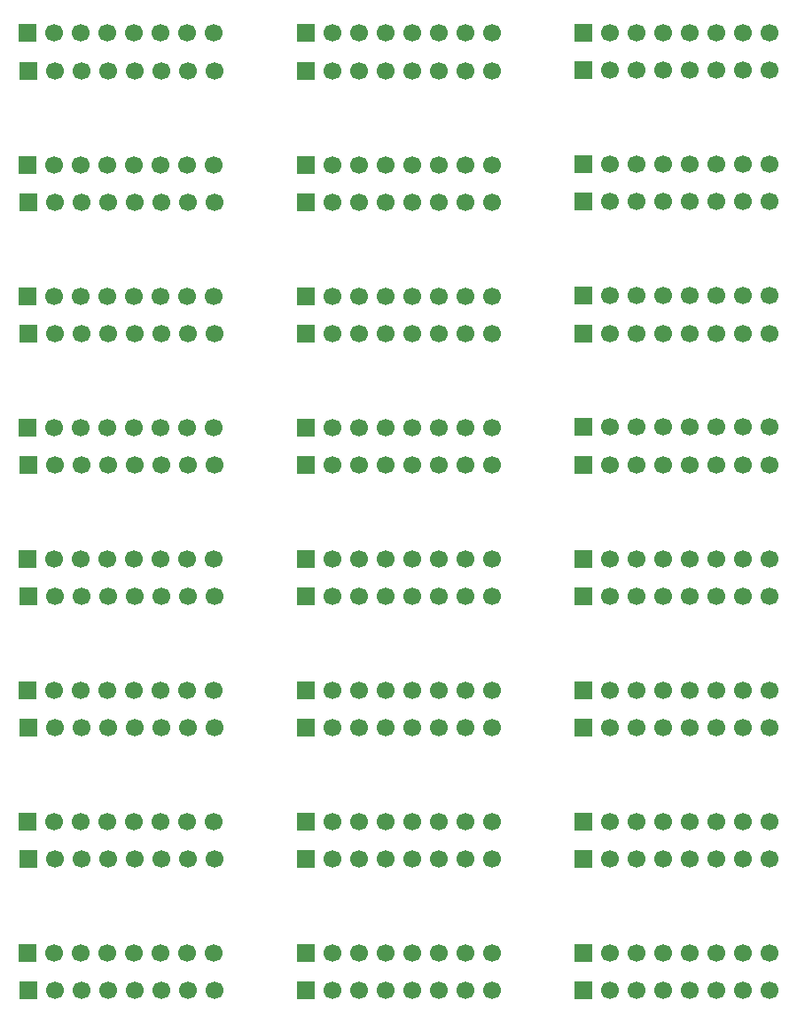
<source format=gbr>
%TF.GenerationSoftware,KiCad,Pcbnew,9.0.2*%
%TF.CreationDate,2026-01-01T17:19:06-05:00*%
%TF.ProjectId,Fracture Connector,46726163-7475-4726-9520-436f6e6e6563,rev?*%
%TF.SameCoordinates,Original*%
%TF.FileFunction,Copper,L2,Bot*%
%TF.FilePolarity,Positive*%
%FSLAX46Y46*%
G04 Gerber Fmt 4.6, Leading zero omitted, Abs format (unit mm)*
G04 Created by KiCad (PCBNEW 9.0.2) date 2026-01-01 17:19:06*
%MOMM*%
%LPD*%
G01*
G04 APERTURE LIST*
%TA.AperFunction,ComponentPad*%
%ADD10C,1.700000*%
%TD*%
%TA.AperFunction,ComponentPad*%
%ADD11R,1.700000X1.700000*%
%TD*%
G04 APERTURE END LIST*
D10*
%TO.P,J48,8,Pin_8*%
%TO.N,Net-(J5-Pin_8)*%
X125640786Y-91400786D03*
%TO.P,J48,7,Pin_7*%
%TO.N,Net-(J5-Pin_7)*%
X123100786Y-91400786D03*
%TO.P,J48,6,Pin_6*%
%TO.N,Net-(J5-Pin_6)*%
X120560786Y-91400786D03*
%TO.P,J48,5,Pin_5*%
%TO.N,Net-(J5-Pin_5)*%
X118020786Y-91400786D03*
%TO.P,J48,4,Pin_4*%
%TO.N,Net-(J5-Pin_4)*%
X115480786Y-91400786D03*
%TO.P,J48,3,Pin_3*%
%TO.N,Net-(J5-Pin_3)*%
X112940786Y-91400786D03*
%TO.P,J48,2,Pin_2*%
%TO.N,Net-(J5-Pin_2)*%
X110400786Y-91400786D03*
D11*
%TO.P,J48,1,Pin_1*%
%TO.N,Net-(J5-Pin_1)*%
X107860786Y-91400786D03*
%TD*%
D10*
%TO.P,J46,8,Pin_8*%
%TO.N,Net-(J5-Pin_8)*%
X72595786Y-91430786D03*
%TO.P,J46,7,Pin_7*%
%TO.N,Net-(J5-Pin_7)*%
X70055786Y-91430786D03*
%TO.P,J46,6,Pin_6*%
%TO.N,Net-(J5-Pin_6)*%
X67515786Y-91430786D03*
%TO.P,J46,5,Pin_5*%
%TO.N,Net-(J5-Pin_5)*%
X64975786Y-91430786D03*
%TO.P,J46,4,Pin_4*%
%TO.N,Net-(J5-Pin_4)*%
X62435786Y-91430786D03*
%TO.P,J46,3,Pin_3*%
%TO.N,Net-(J5-Pin_3)*%
X59895786Y-91430786D03*
%TO.P,J46,2,Pin_2*%
%TO.N,Net-(J5-Pin_2)*%
X57355786Y-91430786D03*
D11*
%TO.P,J46,1,Pin_1*%
%TO.N,Net-(J5-Pin_1)*%
X54815786Y-91430786D03*
%TD*%
D10*
%TO.P,J45,8,Pin_8*%
%TO.N,Net-(J5-Pin_8)*%
X125645786Y-94975786D03*
%TO.P,J45,7,Pin_7*%
%TO.N,Net-(J5-Pin_7)*%
X123105786Y-94975786D03*
%TO.P,J45,6,Pin_6*%
%TO.N,Net-(J5-Pin_6)*%
X120565786Y-94975786D03*
%TO.P,J45,5,Pin_5*%
%TO.N,Net-(J5-Pin_5)*%
X118025786Y-94975786D03*
%TO.P,J45,4,Pin_4*%
%TO.N,Net-(J5-Pin_4)*%
X115485786Y-94975786D03*
%TO.P,J45,3,Pin_3*%
%TO.N,Net-(J5-Pin_3)*%
X112945786Y-94975786D03*
%TO.P,J45,2,Pin_2*%
%TO.N,Net-(J5-Pin_2)*%
X110405786Y-94975786D03*
D11*
%TO.P,J45,1,Pin_1*%
%TO.N,Net-(J5-Pin_1)*%
X107865786Y-94975786D03*
%TD*%
D10*
%TO.P,J43,8,Pin_8*%
%TO.N,Net-(J5-Pin_8)*%
X72600786Y-95005786D03*
%TO.P,J43,7,Pin_7*%
%TO.N,Net-(J5-Pin_7)*%
X70060786Y-95005786D03*
%TO.P,J43,6,Pin_6*%
%TO.N,Net-(J5-Pin_6)*%
X67520786Y-95005786D03*
%TO.P,J43,5,Pin_5*%
%TO.N,Net-(J5-Pin_5)*%
X64980786Y-95005786D03*
%TO.P,J43,4,Pin_4*%
%TO.N,Net-(J5-Pin_4)*%
X62440786Y-95005786D03*
%TO.P,J43,3,Pin_3*%
%TO.N,Net-(J5-Pin_3)*%
X59900786Y-95005786D03*
%TO.P,J43,2,Pin_2*%
%TO.N,Net-(J5-Pin_2)*%
X57360786Y-95005786D03*
D11*
%TO.P,J43,1,Pin_1*%
%TO.N,Net-(J5-Pin_1)*%
X54820786Y-95005786D03*
%TD*%
D10*
%TO.P,J44,8,Pin_8*%
%TO.N,Net-(J5-Pin_8)*%
X99150786Y-95005786D03*
%TO.P,J44,7,Pin_7*%
%TO.N,Net-(J5-Pin_7)*%
X96610786Y-95005786D03*
%TO.P,J44,6,Pin_6*%
%TO.N,Net-(J5-Pin_6)*%
X94070786Y-95005786D03*
%TO.P,J44,5,Pin_5*%
%TO.N,Net-(J5-Pin_5)*%
X91530786Y-95005786D03*
%TO.P,J44,4,Pin_4*%
%TO.N,Net-(J5-Pin_4)*%
X88990786Y-95005786D03*
%TO.P,J44,3,Pin_3*%
%TO.N,Net-(J5-Pin_3)*%
X86450786Y-95005786D03*
%TO.P,J44,2,Pin_2*%
%TO.N,Net-(J5-Pin_2)*%
X83910786Y-95005786D03*
D11*
%TO.P,J44,1,Pin_1*%
%TO.N,Net-(J5-Pin_1)*%
X81370786Y-95005786D03*
%TD*%
D10*
%TO.P,J47,8,Pin_8*%
%TO.N,Net-(J5-Pin_8)*%
X99145786Y-91430786D03*
%TO.P,J47,7,Pin_7*%
%TO.N,Net-(J5-Pin_7)*%
X96605786Y-91430786D03*
%TO.P,J47,6,Pin_6*%
%TO.N,Net-(J5-Pin_6)*%
X94065786Y-91430786D03*
%TO.P,J47,5,Pin_5*%
%TO.N,Net-(J5-Pin_5)*%
X91525786Y-91430786D03*
%TO.P,J47,4,Pin_4*%
%TO.N,Net-(J5-Pin_4)*%
X88985786Y-91430786D03*
%TO.P,J47,3,Pin_3*%
%TO.N,Net-(J5-Pin_3)*%
X86445786Y-91430786D03*
%TO.P,J47,2,Pin_2*%
%TO.N,Net-(J5-Pin_2)*%
X83905786Y-91430786D03*
D11*
%TO.P,J47,1,Pin_1*%
%TO.N,Net-(J5-Pin_1)*%
X81365786Y-91430786D03*
%TD*%
D10*
%TO.P,J42,8,Pin_8*%
%TO.N,Net-(J5-Pin_8)*%
X125640786Y-78860786D03*
%TO.P,J42,7,Pin_7*%
%TO.N,Net-(J5-Pin_7)*%
X123100786Y-78860786D03*
%TO.P,J42,6,Pin_6*%
%TO.N,Net-(J5-Pin_6)*%
X120560786Y-78860786D03*
%TO.P,J42,5,Pin_5*%
%TO.N,Net-(J5-Pin_5)*%
X118020786Y-78860786D03*
%TO.P,J42,4,Pin_4*%
%TO.N,Net-(J5-Pin_4)*%
X115480786Y-78860786D03*
%TO.P,J42,3,Pin_3*%
%TO.N,Net-(J5-Pin_3)*%
X112940786Y-78860786D03*
%TO.P,J42,2,Pin_2*%
%TO.N,Net-(J5-Pin_2)*%
X110400786Y-78860786D03*
D11*
%TO.P,J42,1,Pin_1*%
%TO.N,Net-(J5-Pin_1)*%
X107860786Y-78860786D03*
%TD*%
D10*
%TO.P,J40,8,Pin_8*%
%TO.N,Net-(J5-Pin_8)*%
X72595786Y-78890786D03*
%TO.P,J40,7,Pin_7*%
%TO.N,Net-(J5-Pin_7)*%
X70055786Y-78890786D03*
%TO.P,J40,6,Pin_6*%
%TO.N,Net-(J5-Pin_6)*%
X67515786Y-78890786D03*
%TO.P,J40,5,Pin_5*%
%TO.N,Net-(J5-Pin_5)*%
X64975786Y-78890786D03*
%TO.P,J40,4,Pin_4*%
%TO.N,Net-(J5-Pin_4)*%
X62435786Y-78890786D03*
%TO.P,J40,3,Pin_3*%
%TO.N,Net-(J5-Pin_3)*%
X59895786Y-78890786D03*
%TO.P,J40,2,Pin_2*%
%TO.N,Net-(J5-Pin_2)*%
X57355786Y-78890786D03*
D11*
%TO.P,J40,1,Pin_1*%
%TO.N,Net-(J5-Pin_1)*%
X54815786Y-78890786D03*
%TD*%
D10*
%TO.P,J39,8,Pin_8*%
%TO.N,Net-(J5-Pin_8)*%
X125645786Y-82435786D03*
%TO.P,J39,7,Pin_7*%
%TO.N,Net-(J5-Pin_7)*%
X123105786Y-82435786D03*
%TO.P,J39,6,Pin_6*%
%TO.N,Net-(J5-Pin_6)*%
X120565786Y-82435786D03*
%TO.P,J39,5,Pin_5*%
%TO.N,Net-(J5-Pin_5)*%
X118025786Y-82435786D03*
%TO.P,J39,4,Pin_4*%
%TO.N,Net-(J5-Pin_4)*%
X115485786Y-82435786D03*
%TO.P,J39,3,Pin_3*%
%TO.N,Net-(J5-Pin_3)*%
X112945786Y-82435786D03*
%TO.P,J39,2,Pin_2*%
%TO.N,Net-(J5-Pin_2)*%
X110405786Y-82435786D03*
D11*
%TO.P,J39,1,Pin_1*%
%TO.N,Net-(J5-Pin_1)*%
X107865786Y-82435786D03*
%TD*%
D10*
%TO.P,J37,8,Pin_8*%
%TO.N,Net-(J5-Pin_8)*%
X72600786Y-82465786D03*
%TO.P,J37,7,Pin_7*%
%TO.N,Net-(J5-Pin_7)*%
X70060786Y-82465786D03*
%TO.P,J37,6,Pin_6*%
%TO.N,Net-(J5-Pin_6)*%
X67520786Y-82465786D03*
%TO.P,J37,5,Pin_5*%
%TO.N,Net-(J5-Pin_5)*%
X64980786Y-82465786D03*
%TO.P,J37,4,Pin_4*%
%TO.N,Net-(J5-Pin_4)*%
X62440786Y-82465786D03*
%TO.P,J37,3,Pin_3*%
%TO.N,Net-(J5-Pin_3)*%
X59900786Y-82465786D03*
%TO.P,J37,2,Pin_2*%
%TO.N,Net-(J5-Pin_2)*%
X57360786Y-82465786D03*
D11*
%TO.P,J37,1,Pin_1*%
%TO.N,Net-(J5-Pin_1)*%
X54820786Y-82465786D03*
%TD*%
D10*
%TO.P,J38,8,Pin_8*%
%TO.N,Net-(J5-Pin_8)*%
X99150786Y-82465786D03*
%TO.P,J38,7,Pin_7*%
%TO.N,Net-(J5-Pin_7)*%
X96610786Y-82465786D03*
%TO.P,J38,6,Pin_6*%
%TO.N,Net-(J5-Pin_6)*%
X94070786Y-82465786D03*
%TO.P,J38,5,Pin_5*%
%TO.N,Net-(J5-Pin_5)*%
X91530786Y-82465786D03*
%TO.P,J38,4,Pin_4*%
%TO.N,Net-(J5-Pin_4)*%
X88990786Y-82465786D03*
%TO.P,J38,3,Pin_3*%
%TO.N,Net-(J5-Pin_3)*%
X86450786Y-82465786D03*
%TO.P,J38,2,Pin_2*%
%TO.N,Net-(J5-Pin_2)*%
X83910786Y-82465786D03*
D11*
%TO.P,J38,1,Pin_1*%
%TO.N,Net-(J5-Pin_1)*%
X81370786Y-82465786D03*
%TD*%
D10*
%TO.P,J41,8,Pin_8*%
%TO.N,Net-(J5-Pin_8)*%
X99145786Y-78890786D03*
%TO.P,J41,7,Pin_7*%
%TO.N,Net-(J5-Pin_7)*%
X96605786Y-78890786D03*
%TO.P,J41,6,Pin_6*%
%TO.N,Net-(J5-Pin_6)*%
X94065786Y-78890786D03*
%TO.P,J41,5,Pin_5*%
%TO.N,Net-(J5-Pin_5)*%
X91525786Y-78890786D03*
%TO.P,J41,4,Pin_4*%
%TO.N,Net-(J5-Pin_4)*%
X88985786Y-78890786D03*
%TO.P,J41,3,Pin_3*%
%TO.N,Net-(J5-Pin_3)*%
X86445786Y-78890786D03*
%TO.P,J41,2,Pin_2*%
%TO.N,Net-(J5-Pin_2)*%
X83905786Y-78890786D03*
D11*
%TO.P,J41,1,Pin_1*%
%TO.N,Net-(J5-Pin_1)*%
X81365786Y-78890786D03*
%TD*%
D10*
%TO.P,J36,8,Pin_8*%
%TO.N,Net-(J5-Pin_8)*%
X125640786Y-66320786D03*
%TO.P,J36,7,Pin_7*%
%TO.N,Net-(J5-Pin_7)*%
X123100786Y-66320786D03*
%TO.P,J36,6,Pin_6*%
%TO.N,Net-(J5-Pin_6)*%
X120560786Y-66320786D03*
%TO.P,J36,5,Pin_5*%
%TO.N,Net-(J5-Pin_5)*%
X118020786Y-66320786D03*
%TO.P,J36,4,Pin_4*%
%TO.N,Net-(J5-Pin_4)*%
X115480786Y-66320786D03*
%TO.P,J36,3,Pin_3*%
%TO.N,Net-(J5-Pin_3)*%
X112940786Y-66320786D03*
%TO.P,J36,2,Pin_2*%
%TO.N,Net-(J5-Pin_2)*%
X110400786Y-66320786D03*
D11*
%TO.P,J36,1,Pin_1*%
%TO.N,Net-(J5-Pin_1)*%
X107860786Y-66320786D03*
%TD*%
D10*
%TO.P,J34,8,Pin_8*%
%TO.N,Net-(J5-Pin_8)*%
X72595786Y-66350786D03*
%TO.P,J34,7,Pin_7*%
%TO.N,Net-(J5-Pin_7)*%
X70055786Y-66350786D03*
%TO.P,J34,6,Pin_6*%
%TO.N,Net-(J5-Pin_6)*%
X67515786Y-66350786D03*
%TO.P,J34,5,Pin_5*%
%TO.N,Net-(J5-Pin_5)*%
X64975786Y-66350786D03*
%TO.P,J34,4,Pin_4*%
%TO.N,Net-(J5-Pin_4)*%
X62435786Y-66350786D03*
%TO.P,J34,3,Pin_3*%
%TO.N,Net-(J5-Pin_3)*%
X59895786Y-66350786D03*
%TO.P,J34,2,Pin_2*%
%TO.N,Net-(J5-Pin_2)*%
X57355786Y-66350786D03*
D11*
%TO.P,J34,1,Pin_1*%
%TO.N,Net-(J5-Pin_1)*%
X54815786Y-66350786D03*
%TD*%
D10*
%TO.P,J33,8,Pin_8*%
%TO.N,Net-(J5-Pin_8)*%
X125645786Y-69895786D03*
%TO.P,J33,7,Pin_7*%
%TO.N,Net-(J5-Pin_7)*%
X123105786Y-69895786D03*
%TO.P,J33,6,Pin_6*%
%TO.N,Net-(J5-Pin_6)*%
X120565786Y-69895786D03*
%TO.P,J33,5,Pin_5*%
%TO.N,Net-(J5-Pin_5)*%
X118025786Y-69895786D03*
%TO.P,J33,4,Pin_4*%
%TO.N,Net-(J5-Pin_4)*%
X115485786Y-69895786D03*
%TO.P,J33,3,Pin_3*%
%TO.N,Net-(J5-Pin_3)*%
X112945786Y-69895786D03*
%TO.P,J33,2,Pin_2*%
%TO.N,Net-(J5-Pin_2)*%
X110405786Y-69895786D03*
D11*
%TO.P,J33,1,Pin_1*%
%TO.N,Net-(J5-Pin_1)*%
X107865786Y-69895786D03*
%TD*%
D10*
%TO.P,J31,8,Pin_8*%
%TO.N,Net-(J5-Pin_8)*%
X72600786Y-69925786D03*
%TO.P,J31,7,Pin_7*%
%TO.N,Net-(J5-Pin_7)*%
X70060786Y-69925786D03*
%TO.P,J31,6,Pin_6*%
%TO.N,Net-(J5-Pin_6)*%
X67520786Y-69925786D03*
%TO.P,J31,5,Pin_5*%
%TO.N,Net-(J5-Pin_5)*%
X64980786Y-69925786D03*
%TO.P,J31,4,Pin_4*%
%TO.N,Net-(J5-Pin_4)*%
X62440786Y-69925786D03*
%TO.P,J31,3,Pin_3*%
%TO.N,Net-(J5-Pin_3)*%
X59900786Y-69925786D03*
%TO.P,J31,2,Pin_2*%
%TO.N,Net-(J5-Pin_2)*%
X57360786Y-69925786D03*
D11*
%TO.P,J31,1,Pin_1*%
%TO.N,Net-(J5-Pin_1)*%
X54820786Y-69925786D03*
%TD*%
D10*
%TO.P,J32,8,Pin_8*%
%TO.N,Net-(J5-Pin_8)*%
X99150786Y-69925786D03*
%TO.P,J32,7,Pin_7*%
%TO.N,Net-(J5-Pin_7)*%
X96610786Y-69925786D03*
%TO.P,J32,6,Pin_6*%
%TO.N,Net-(J5-Pin_6)*%
X94070786Y-69925786D03*
%TO.P,J32,5,Pin_5*%
%TO.N,Net-(J5-Pin_5)*%
X91530786Y-69925786D03*
%TO.P,J32,4,Pin_4*%
%TO.N,Net-(J5-Pin_4)*%
X88990786Y-69925786D03*
%TO.P,J32,3,Pin_3*%
%TO.N,Net-(J5-Pin_3)*%
X86450786Y-69925786D03*
%TO.P,J32,2,Pin_2*%
%TO.N,Net-(J5-Pin_2)*%
X83910786Y-69925786D03*
D11*
%TO.P,J32,1,Pin_1*%
%TO.N,Net-(J5-Pin_1)*%
X81370786Y-69925786D03*
%TD*%
D10*
%TO.P,J35,8,Pin_8*%
%TO.N,Net-(J5-Pin_8)*%
X99145786Y-66350786D03*
%TO.P,J35,7,Pin_7*%
%TO.N,Net-(J5-Pin_7)*%
X96605786Y-66350786D03*
%TO.P,J35,6,Pin_6*%
%TO.N,Net-(J5-Pin_6)*%
X94065786Y-66350786D03*
%TO.P,J35,5,Pin_5*%
%TO.N,Net-(J5-Pin_5)*%
X91525786Y-66350786D03*
%TO.P,J35,4,Pin_4*%
%TO.N,Net-(J5-Pin_4)*%
X88985786Y-66350786D03*
%TO.P,J35,3,Pin_3*%
%TO.N,Net-(J5-Pin_3)*%
X86445786Y-66350786D03*
%TO.P,J35,2,Pin_2*%
%TO.N,Net-(J5-Pin_2)*%
X83905786Y-66350786D03*
D11*
%TO.P,J35,1,Pin_1*%
%TO.N,Net-(J5-Pin_1)*%
X81365786Y-66350786D03*
%TD*%
D10*
%TO.P,J30,8,Pin_8*%
%TO.N,Net-(J5-Pin_8)*%
X125640786Y-53780786D03*
%TO.P,J30,7,Pin_7*%
%TO.N,Net-(J5-Pin_7)*%
X123100786Y-53780786D03*
%TO.P,J30,6,Pin_6*%
%TO.N,Net-(J5-Pin_6)*%
X120560786Y-53780786D03*
%TO.P,J30,5,Pin_5*%
%TO.N,Net-(J5-Pin_5)*%
X118020786Y-53780786D03*
%TO.P,J30,4,Pin_4*%
%TO.N,Net-(J5-Pin_4)*%
X115480786Y-53780786D03*
%TO.P,J30,3,Pin_3*%
%TO.N,Net-(J5-Pin_3)*%
X112940786Y-53780786D03*
%TO.P,J30,2,Pin_2*%
%TO.N,Net-(J5-Pin_2)*%
X110400786Y-53780786D03*
D11*
%TO.P,J30,1,Pin_1*%
%TO.N,Net-(J5-Pin_1)*%
X107860786Y-53780786D03*
%TD*%
D10*
%TO.P,J28,8,Pin_8*%
%TO.N,Net-(J5-Pin_8)*%
X72595786Y-53810786D03*
%TO.P,J28,7,Pin_7*%
%TO.N,Net-(J5-Pin_7)*%
X70055786Y-53810786D03*
%TO.P,J28,6,Pin_6*%
%TO.N,Net-(J5-Pin_6)*%
X67515786Y-53810786D03*
%TO.P,J28,5,Pin_5*%
%TO.N,Net-(J5-Pin_5)*%
X64975786Y-53810786D03*
%TO.P,J28,4,Pin_4*%
%TO.N,Net-(J5-Pin_4)*%
X62435786Y-53810786D03*
%TO.P,J28,3,Pin_3*%
%TO.N,Net-(J5-Pin_3)*%
X59895786Y-53810786D03*
%TO.P,J28,2,Pin_2*%
%TO.N,Net-(J5-Pin_2)*%
X57355786Y-53810786D03*
D11*
%TO.P,J28,1,Pin_1*%
%TO.N,Net-(J5-Pin_1)*%
X54815786Y-53810786D03*
%TD*%
D10*
%TO.P,J27,8,Pin_8*%
%TO.N,Net-(J5-Pin_8)*%
X125645786Y-57355786D03*
%TO.P,J27,7,Pin_7*%
%TO.N,Net-(J5-Pin_7)*%
X123105786Y-57355786D03*
%TO.P,J27,6,Pin_6*%
%TO.N,Net-(J5-Pin_6)*%
X120565786Y-57355786D03*
%TO.P,J27,5,Pin_5*%
%TO.N,Net-(J5-Pin_5)*%
X118025786Y-57355786D03*
%TO.P,J27,4,Pin_4*%
%TO.N,Net-(J5-Pin_4)*%
X115485786Y-57355786D03*
%TO.P,J27,3,Pin_3*%
%TO.N,Net-(J5-Pin_3)*%
X112945786Y-57355786D03*
%TO.P,J27,2,Pin_2*%
%TO.N,Net-(J5-Pin_2)*%
X110405786Y-57355786D03*
D11*
%TO.P,J27,1,Pin_1*%
%TO.N,Net-(J5-Pin_1)*%
X107865786Y-57355786D03*
%TD*%
D10*
%TO.P,J25,8,Pin_8*%
%TO.N,Net-(J5-Pin_8)*%
X72600786Y-57385786D03*
%TO.P,J25,7,Pin_7*%
%TO.N,Net-(J5-Pin_7)*%
X70060786Y-57385786D03*
%TO.P,J25,6,Pin_6*%
%TO.N,Net-(J5-Pin_6)*%
X67520786Y-57385786D03*
%TO.P,J25,5,Pin_5*%
%TO.N,Net-(J5-Pin_5)*%
X64980786Y-57385786D03*
%TO.P,J25,4,Pin_4*%
%TO.N,Net-(J5-Pin_4)*%
X62440786Y-57385786D03*
%TO.P,J25,3,Pin_3*%
%TO.N,Net-(J5-Pin_3)*%
X59900786Y-57385786D03*
%TO.P,J25,2,Pin_2*%
%TO.N,Net-(J5-Pin_2)*%
X57360786Y-57385786D03*
D11*
%TO.P,J25,1,Pin_1*%
%TO.N,Net-(J5-Pin_1)*%
X54820786Y-57385786D03*
%TD*%
D10*
%TO.P,J26,8,Pin_8*%
%TO.N,Net-(J5-Pin_8)*%
X99150786Y-57385786D03*
%TO.P,J26,7,Pin_7*%
%TO.N,Net-(J5-Pin_7)*%
X96610786Y-57385786D03*
%TO.P,J26,6,Pin_6*%
%TO.N,Net-(J5-Pin_6)*%
X94070786Y-57385786D03*
%TO.P,J26,5,Pin_5*%
%TO.N,Net-(J5-Pin_5)*%
X91530786Y-57385786D03*
%TO.P,J26,4,Pin_4*%
%TO.N,Net-(J5-Pin_4)*%
X88990786Y-57385786D03*
%TO.P,J26,3,Pin_3*%
%TO.N,Net-(J5-Pin_3)*%
X86450786Y-57385786D03*
%TO.P,J26,2,Pin_2*%
%TO.N,Net-(J5-Pin_2)*%
X83910786Y-57385786D03*
D11*
%TO.P,J26,1,Pin_1*%
%TO.N,Net-(J5-Pin_1)*%
X81370786Y-57385786D03*
%TD*%
D10*
%TO.P,J29,8,Pin_8*%
%TO.N,Net-(J5-Pin_8)*%
X99145786Y-53810786D03*
%TO.P,J29,7,Pin_7*%
%TO.N,Net-(J5-Pin_7)*%
X96605786Y-53810786D03*
%TO.P,J29,6,Pin_6*%
%TO.N,Net-(J5-Pin_6)*%
X94065786Y-53810786D03*
%TO.P,J29,5,Pin_5*%
%TO.N,Net-(J5-Pin_5)*%
X91525786Y-53810786D03*
%TO.P,J29,4,Pin_4*%
%TO.N,Net-(J5-Pin_4)*%
X88985786Y-53810786D03*
%TO.P,J29,3,Pin_3*%
%TO.N,Net-(J5-Pin_3)*%
X86445786Y-53810786D03*
%TO.P,J29,2,Pin_2*%
%TO.N,Net-(J5-Pin_2)*%
X83905786Y-53810786D03*
D11*
%TO.P,J29,1,Pin_1*%
%TO.N,Net-(J5-Pin_1)*%
X81365786Y-53810786D03*
%TD*%
D10*
%TO.P,J24,8,Pin_8*%
%TO.N,Net-(J5-Pin_8)*%
X125640786Y-41240786D03*
%TO.P,J24,7,Pin_7*%
%TO.N,Net-(J5-Pin_7)*%
X123100786Y-41240786D03*
%TO.P,J24,6,Pin_6*%
%TO.N,Net-(J5-Pin_6)*%
X120560786Y-41240786D03*
%TO.P,J24,5,Pin_5*%
%TO.N,Net-(J5-Pin_5)*%
X118020786Y-41240786D03*
%TO.P,J24,4,Pin_4*%
%TO.N,Net-(J5-Pin_4)*%
X115480786Y-41240786D03*
%TO.P,J24,3,Pin_3*%
%TO.N,Net-(J5-Pin_3)*%
X112940786Y-41240786D03*
%TO.P,J24,2,Pin_2*%
%TO.N,Net-(J5-Pin_2)*%
X110400786Y-41240786D03*
D11*
%TO.P,J24,1,Pin_1*%
%TO.N,Net-(J5-Pin_1)*%
X107860786Y-41240786D03*
%TD*%
D10*
%TO.P,J22,8,Pin_8*%
%TO.N,Net-(J5-Pin_8)*%
X72595786Y-41270786D03*
%TO.P,J22,7,Pin_7*%
%TO.N,Net-(J5-Pin_7)*%
X70055786Y-41270786D03*
%TO.P,J22,6,Pin_6*%
%TO.N,Net-(J5-Pin_6)*%
X67515786Y-41270786D03*
%TO.P,J22,5,Pin_5*%
%TO.N,Net-(J5-Pin_5)*%
X64975786Y-41270786D03*
%TO.P,J22,4,Pin_4*%
%TO.N,Net-(J5-Pin_4)*%
X62435786Y-41270786D03*
%TO.P,J22,3,Pin_3*%
%TO.N,Net-(J5-Pin_3)*%
X59895786Y-41270786D03*
%TO.P,J22,2,Pin_2*%
%TO.N,Net-(J5-Pin_2)*%
X57355786Y-41270786D03*
D11*
%TO.P,J22,1,Pin_1*%
%TO.N,Net-(J5-Pin_1)*%
X54815786Y-41270786D03*
%TD*%
D10*
%TO.P,J21,8,Pin_8*%
%TO.N,Net-(J5-Pin_8)*%
X125645786Y-44815786D03*
%TO.P,J21,7,Pin_7*%
%TO.N,Net-(J5-Pin_7)*%
X123105786Y-44815786D03*
%TO.P,J21,6,Pin_6*%
%TO.N,Net-(J5-Pin_6)*%
X120565786Y-44815786D03*
%TO.P,J21,5,Pin_5*%
%TO.N,Net-(J5-Pin_5)*%
X118025786Y-44815786D03*
%TO.P,J21,4,Pin_4*%
%TO.N,Net-(J5-Pin_4)*%
X115485786Y-44815786D03*
%TO.P,J21,3,Pin_3*%
%TO.N,Net-(J5-Pin_3)*%
X112945786Y-44815786D03*
%TO.P,J21,2,Pin_2*%
%TO.N,Net-(J5-Pin_2)*%
X110405786Y-44815786D03*
D11*
%TO.P,J21,1,Pin_1*%
%TO.N,Net-(J5-Pin_1)*%
X107865786Y-44815786D03*
%TD*%
D10*
%TO.P,J19,8,Pin_8*%
%TO.N,Net-(J5-Pin_8)*%
X72600786Y-44845786D03*
%TO.P,J19,7,Pin_7*%
%TO.N,Net-(J5-Pin_7)*%
X70060786Y-44845786D03*
%TO.P,J19,6,Pin_6*%
%TO.N,Net-(J5-Pin_6)*%
X67520786Y-44845786D03*
%TO.P,J19,5,Pin_5*%
%TO.N,Net-(J5-Pin_5)*%
X64980786Y-44845786D03*
%TO.P,J19,4,Pin_4*%
%TO.N,Net-(J5-Pin_4)*%
X62440786Y-44845786D03*
%TO.P,J19,3,Pin_3*%
%TO.N,Net-(J5-Pin_3)*%
X59900786Y-44845786D03*
%TO.P,J19,2,Pin_2*%
%TO.N,Net-(J5-Pin_2)*%
X57360786Y-44845786D03*
D11*
%TO.P,J19,1,Pin_1*%
%TO.N,Net-(J5-Pin_1)*%
X54820786Y-44845786D03*
%TD*%
D10*
%TO.P,J20,8,Pin_8*%
%TO.N,Net-(J5-Pin_8)*%
X99150786Y-44845786D03*
%TO.P,J20,7,Pin_7*%
%TO.N,Net-(J5-Pin_7)*%
X96610786Y-44845786D03*
%TO.P,J20,6,Pin_6*%
%TO.N,Net-(J5-Pin_6)*%
X94070786Y-44845786D03*
%TO.P,J20,5,Pin_5*%
%TO.N,Net-(J5-Pin_5)*%
X91530786Y-44845786D03*
%TO.P,J20,4,Pin_4*%
%TO.N,Net-(J5-Pin_4)*%
X88990786Y-44845786D03*
%TO.P,J20,3,Pin_3*%
%TO.N,Net-(J5-Pin_3)*%
X86450786Y-44845786D03*
%TO.P,J20,2,Pin_2*%
%TO.N,Net-(J5-Pin_2)*%
X83910786Y-44845786D03*
D11*
%TO.P,J20,1,Pin_1*%
%TO.N,Net-(J5-Pin_1)*%
X81370786Y-44845786D03*
%TD*%
D10*
%TO.P,J23,8,Pin_8*%
%TO.N,Net-(J5-Pin_8)*%
X99145786Y-41270786D03*
%TO.P,J23,7,Pin_7*%
%TO.N,Net-(J5-Pin_7)*%
X96605786Y-41270786D03*
%TO.P,J23,6,Pin_6*%
%TO.N,Net-(J5-Pin_6)*%
X94065786Y-41270786D03*
%TO.P,J23,5,Pin_5*%
%TO.N,Net-(J5-Pin_5)*%
X91525786Y-41270786D03*
%TO.P,J23,4,Pin_4*%
%TO.N,Net-(J5-Pin_4)*%
X88985786Y-41270786D03*
%TO.P,J23,3,Pin_3*%
%TO.N,Net-(J5-Pin_3)*%
X86445786Y-41270786D03*
%TO.P,J23,2,Pin_2*%
%TO.N,Net-(J5-Pin_2)*%
X83905786Y-41270786D03*
D11*
%TO.P,J23,1,Pin_1*%
%TO.N,Net-(J5-Pin_1)*%
X81365786Y-41270786D03*
%TD*%
D10*
%TO.P,J18,8,Pin_8*%
%TO.N,Net-(J5-Pin_8)*%
X125640786Y-28700786D03*
%TO.P,J18,7,Pin_7*%
%TO.N,Net-(J5-Pin_7)*%
X123100786Y-28700786D03*
%TO.P,J18,6,Pin_6*%
%TO.N,Net-(J5-Pin_6)*%
X120560786Y-28700786D03*
%TO.P,J18,5,Pin_5*%
%TO.N,Net-(J5-Pin_5)*%
X118020786Y-28700786D03*
%TO.P,J18,4,Pin_4*%
%TO.N,Net-(J5-Pin_4)*%
X115480786Y-28700786D03*
%TO.P,J18,3,Pin_3*%
%TO.N,Net-(J5-Pin_3)*%
X112940786Y-28700786D03*
%TO.P,J18,2,Pin_2*%
%TO.N,Net-(J5-Pin_2)*%
X110400786Y-28700786D03*
D11*
%TO.P,J18,1,Pin_1*%
%TO.N,Net-(J5-Pin_1)*%
X107860786Y-28700786D03*
%TD*%
D10*
%TO.P,J16,8,Pin_8*%
%TO.N,Net-(J5-Pin_8)*%
X72595786Y-28730786D03*
%TO.P,J16,7,Pin_7*%
%TO.N,Net-(J5-Pin_7)*%
X70055786Y-28730786D03*
%TO.P,J16,6,Pin_6*%
%TO.N,Net-(J5-Pin_6)*%
X67515786Y-28730786D03*
%TO.P,J16,5,Pin_5*%
%TO.N,Net-(J5-Pin_5)*%
X64975786Y-28730786D03*
%TO.P,J16,4,Pin_4*%
%TO.N,Net-(J5-Pin_4)*%
X62435786Y-28730786D03*
%TO.P,J16,3,Pin_3*%
%TO.N,Net-(J5-Pin_3)*%
X59895786Y-28730786D03*
%TO.P,J16,2,Pin_2*%
%TO.N,Net-(J5-Pin_2)*%
X57355786Y-28730786D03*
D11*
%TO.P,J16,1,Pin_1*%
%TO.N,Net-(J5-Pin_1)*%
X54815786Y-28730786D03*
%TD*%
D10*
%TO.P,J15,8,Pin_8*%
%TO.N,Net-(J5-Pin_8)*%
X125645786Y-32275786D03*
%TO.P,J15,7,Pin_7*%
%TO.N,Net-(J5-Pin_7)*%
X123105786Y-32275786D03*
%TO.P,J15,6,Pin_6*%
%TO.N,Net-(J5-Pin_6)*%
X120565786Y-32275786D03*
%TO.P,J15,5,Pin_5*%
%TO.N,Net-(J5-Pin_5)*%
X118025786Y-32275786D03*
%TO.P,J15,4,Pin_4*%
%TO.N,Net-(J5-Pin_4)*%
X115485786Y-32275786D03*
%TO.P,J15,3,Pin_3*%
%TO.N,Net-(J5-Pin_3)*%
X112945786Y-32275786D03*
%TO.P,J15,2,Pin_2*%
%TO.N,Net-(J5-Pin_2)*%
X110405786Y-32275786D03*
D11*
%TO.P,J15,1,Pin_1*%
%TO.N,Net-(J5-Pin_1)*%
X107865786Y-32275786D03*
%TD*%
D10*
%TO.P,J13,8,Pin_8*%
%TO.N,Net-(J5-Pin_8)*%
X72600786Y-32305786D03*
%TO.P,J13,7,Pin_7*%
%TO.N,Net-(J5-Pin_7)*%
X70060786Y-32305786D03*
%TO.P,J13,6,Pin_6*%
%TO.N,Net-(J5-Pin_6)*%
X67520786Y-32305786D03*
%TO.P,J13,5,Pin_5*%
%TO.N,Net-(J5-Pin_5)*%
X64980786Y-32305786D03*
%TO.P,J13,4,Pin_4*%
%TO.N,Net-(J5-Pin_4)*%
X62440786Y-32305786D03*
%TO.P,J13,3,Pin_3*%
%TO.N,Net-(J5-Pin_3)*%
X59900786Y-32305786D03*
%TO.P,J13,2,Pin_2*%
%TO.N,Net-(J5-Pin_2)*%
X57360786Y-32305786D03*
D11*
%TO.P,J13,1,Pin_1*%
%TO.N,Net-(J5-Pin_1)*%
X54820786Y-32305786D03*
%TD*%
D10*
%TO.P,J14,8,Pin_8*%
%TO.N,Net-(J5-Pin_8)*%
X99150786Y-32305786D03*
%TO.P,J14,7,Pin_7*%
%TO.N,Net-(J5-Pin_7)*%
X96610786Y-32305786D03*
%TO.P,J14,6,Pin_6*%
%TO.N,Net-(J5-Pin_6)*%
X94070786Y-32305786D03*
%TO.P,J14,5,Pin_5*%
%TO.N,Net-(J5-Pin_5)*%
X91530786Y-32305786D03*
%TO.P,J14,4,Pin_4*%
%TO.N,Net-(J5-Pin_4)*%
X88990786Y-32305786D03*
%TO.P,J14,3,Pin_3*%
%TO.N,Net-(J5-Pin_3)*%
X86450786Y-32305786D03*
%TO.P,J14,2,Pin_2*%
%TO.N,Net-(J5-Pin_2)*%
X83910786Y-32305786D03*
D11*
%TO.P,J14,1,Pin_1*%
%TO.N,Net-(J5-Pin_1)*%
X81370786Y-32305786D03*
%TD*%
D10*
%TO.P,J17,8,Pin_8*%
%TO.N,Net-(J5-Pin_8)*%
X99145786Y-28730786D03*
%TO.P,J17,7,Pin_7*%
%TO.N,Net-(J5-Pin_7)*%
X96605786Y-28730786D03*
%TO.P,J17,6,Pin_6*%
%TO.N,Net-(J5-Pin_6)*%
X94065786Y-28730786D03*
%TO.P,J17,5,Pin_5*%
%TO.N,Net-(J5-Pin_5)*%
X91525786Y-28730786D03*
%TO.P,J17,4,Pin_4*%
%TO.N,Net-(J5-Pin_4)*%
X88985786Y-28730786D03*
%TO.P,J17,3,Pin_3*%
%TO.N,Net-(J5-Pin_3)*%
X86445786Y-28730786D03*
%TO.P,J17,2,Pin_2*%
%TO.N,Net-(J5-Pin_2)*%
X83905786Y-28730786D03*
D11*
%TO.P,J17,1,Pin_1*%
%TO.N,Net-(J5-Pin_1)*%
X81365786Y-28730786D03*
%TD*%
D10*
%TO.P,J11,8,Pin_8*%
%TO.N,Net-(J5-Pin_8)*%
X99145786Y-103970786D03*
%TO.P,J11,7,Pin_7*%
%TO.N,Net-(J5-Pin_7)*%
X96605786Y-103970786D03*
%TO.P,J11,6,Pin_6*%
%TO.N,Net-(J5-Pin_6)*%
X94065786Y-103970786D03*
%TO.P,J11,5,Pin_5*%
%TO.N,Net-(J5-Pin_5)*%
X91525786Y-103970786D03*
%TO.P,J11,4,Pin_4*%
%TO.N,Net-(J5-Pin_4)*%
X88985786Y-103970786D03*
%TO.P,J11,3,Pin_3*%
%TO.N,Net-(J5-Pin_3)*%
X86445786Y-103970786D03*
%TO.P,J11,2,Pin_2*%
%TO.N,Net-(J5-Pin_2)*%
X83905786Y-103970786D03*
D11*
%TO.P,J11,1,Pin_1*%
%TO.N,Net-(J5-Pin_1)*%
X81365786Y-103970786D03*
%TD*%
D10*
%TO.P,J8,8,Pin_8*%
%TO.N,Net-(J5-Pin_8)*%
X99150786Y-107545786D03*
%TO.P,J8,7,Pin_7*%
%TO.N,Net-(J5-Pin_7)*%
X96610786Y-107545786D03*
%TO.P,J8,6,Pin_6*%
%TO.N,Net-(J5-Pin_6)*%
X94070786Y-107545786D03*
%TO.P,J8,5,Pin_5*%
%TO.N,Net-(J5-Pin_5)*%
X91530786Y-107545786D03*
%TO.P,J8,4,Pin_4*%
%TO.N,Net-(J5-Pin_4)*%
X88990786Y-107545786D03*
%TO.P,J8,3,Pin_3*%
%TO.N,Net-(J5-Pin_3)*%
X86450786Y-107545786D03*
%TO.P,J8,2,Pin_2*%
%TO.N,Net-(J5-Pin_2)*%
X83910786Y-107545786D03*
D11*
%TO.P,J8,1,Pin_1*%
%TO.N,Net-(J5-Pin_1)*%
X81370786Y-107545786D03*
%TD*%
D10*
%TO.P,J7,8,Pin_8*%
%TO.N,Net-(J5-Pin_8)*%
X72600786Y-107545786D03*
%TO.P,J7,7,Pin_7*%
%TO.N,Net-(J5-Pin_7)*%
X70060786Y-107545786D03*
%TO.P,J7,6,Pin_6*%
%TO.N,Net-(J5-Pin_6)*%
X67520786Y-107545786D03*
%TO.P,J7,5,Pin_5*%
%TO.N,Net-(J5-Pin_5)*%
X64980786Y-107545786D03*
%TO.P,J7,4,Pin_4*%
%TO.N,Net-(J5-Pin_4)*%
X62440786Y-107545786D03*
%TO.P,J7,3,Pin_3*%
%TO.N,Net-(J5-Pin_3)*%
X59900786Y-107545786D03*
%TO.P,J7,2,Pin_2*%
%TO.N,Net-(J5-Pin_2)*%
X57360786Y-107545786D03*
D11*
%TO.P,J7,1,Pin_1*%
%TO.N,Net-(J5-Pin_1)*%
X54820786Y-107545786D03*
%TD*%
D10*
%TO.P,J9,8,Pin_8*%
%TO.N,Net-(J5-Pin_8)*%
X125645786Y-107515786D03*
%TO.P,J9,7,Pin_7*%
%TO.N,Net-(J5-Pin_7)*%
X123105786Y-107515786D03*
%TO.P,J9,6,Pin_6*%
%TO.N,Net-(J5-Pin_6)*%
X120565786Y-107515786D03*
%TO.P,J9,5,Pin_5*%
%TO.N,Net-(J5-Pin_5)*%
X118025786Y-107515786D03*
%TO.P,J9,4,Pin_4*%
%TO.N,Net-(J5-Pin_4)*%
X115485786Y-107515786D03*
%TO.P,J9,3,Pin_3*%
%TO.N,Net-(J5-Pin_3)*%
X112945786Y-107515786D03*
%TO.P,J9,2,Pin_2*%
%TO.N,Net-(J5-Pin_2)*%
X110405786Y-107515786D03*
D11*
%TO.P,J9,1,Pin_1*%
%TO.N,Net-(J5-Pin_1)*%
X107865786Y-107515786D03*
%TD*%
D10*
%TO.P,J10,8,Pin_8*%
%TO.N,Net-(J5-Pin_8)*%
X72595786Y-103970786D03*
%TO.P,J10,7,Pin_7*%
%TO.N,Net-(J5-Pin_7)*%
X70055786Y-103970786D03*
%TO.P,J10,6,Pin_6*%
%TO.N,Net-(J5-Pin_6)*%
X67515786Y-103970786D03*
%TO.P,J10,5,Pin_5*%
%TO.N,Net-(J5-Pin_5)*%
X64975786Y-103970786D03*
%TO.P,J10,4,Pin_4*%
%TO.N,Net-(J5-Pin_4)*%
X62435786Y-103970786D03*
%TO.P,J10,3,Pin_3*%
%TO.N,Net-(J5-Pin_3)*%
X59895786Y-103970786D03*
%TO.P,J10,2,Pin_2*%
%TO.N,Net-(J5-Pin_2)*%
X57355786Y-103970786D03*
D11*
%TO.P,J10,1,Pin_1*%
%TO.N,Net-(J5-Pin_1)*%
X54815786Y-103970786D03*
%TD*%
D10*
%TO.P,J12,8,Pin_8*%
%TO.N,Net-(J5-Pin_8)*%
X125640786Y-103940786D03*
%TO.P,J12,7,Pin_7*%
%TO.N,Net-(J5-Pin_7)*%
X123100786Y-103940786D03*
%TO.P,J12,6,Pin_6*%
%TO.N,Net-(J5-Pin_6)*%
X120560786Y-103940786D03*
%TO.P,J12,5,Pin_5*%
%TO.N,Net-(J5-Pin_5)*%
X118020786Y-103940786D03*
%TO.P,J12,4,Pin_4*%
%TO.N,Net-(J5-Pin_4)*%
X115480786Y-103940786D03*
%TO.P,J12,3,Pin_3*%
%TO.N,Net-(J5-Pin_3)*%
X112940786Y-103940786D03*
%TO.P,J12,2,Pin_2*%
%TO.N,Net-(J5-Pin_2)*%
X110400786Y-103940786D03*
D11*
%TO.P,J12,1,Pin_1*%
%TO.N,Net-(J5-Pin_1)*%
X107860786Y-103940786D03*
%TD*%
%TO.P,J6,1,Pin_1*%
%TO.N,Net-(J5-Pin_1)*%
X107860786Y-116480786D03*
D10*
%TO.P,J6,2,Pin_2*%
%TO.N,Net-(J5-Pin_2)*%
X110400786Y-116480786D03*
%TO.P,J6,3,Pin_3*%
%TO.N,Net-(J5-Pin_3)*%
X112940786Y-116480786D03*
%TO.P,J6,4,Pin_4*%
%TO.N,Net-(J5-Pin_4)*%
X115480786Y-116480786D03*
%TO.P,J6,5,Pin_5*%
%TO.N,Net-(J5-Pin_5)*%
X118020786Y-116480786D03*
%TO.P,J6,6,Pin_6*%
%TO.N,Net-(J5-Pin_6)*%
X120560786Y-116480786D03*
%TO.P,J6,7,Pin_7*%
%TO.N,Net-(J5-Pin_7)*%
X123100786Y-116480786D03*
%TO.P,J6,8,Pin_8*%
%TO.N,Net-(J5-Pin_8)*%
X125640786Y-116480786D03*
%TD*%
D11*
%TO.P,J5,1,Pin_1*%
%TO.N,Net-(J5-Pin_1)*%
X54820786Y-120085786D03*
D10*
%TO.P,J5,2,Pin_2*%
%TO.N,Net-(J5-Pin_2)*%
X57360786Y-120085786D03*
%TO.P,J5,3,Pin_3*%
%TO.N,Net-(J5-Pin_3)*%
X59900786Y-120085786D03*
%TO.P,J5,4,Pin_4*%
%TO.N,Net-(J5-Pin_4)*%
X62440786Y-120085786D03*
%TO.P,J5,5,Pin_5*%
%TO.N,Net-(J5-Pin_5)*%
X64980786Y-120085786D03*
%TO.P,J5,6,Pin_6*%
%TO.N,Net-(J5-Pin_6)*%
X67520786Y-120085786D03*
%TO.P,J5,7,Pin_7*%
%TO.N,Net-(J5-Pin_7)*%
X70060786Y-120085786D03*
%TO.P,J5,8,Pin_8*%
%TO.N,Net-(J5-Pin_8)*%
X72600786Y-120085786D03*
%TD*%
D11*
%TO.P,J5,1,Pin_1*%
%TO.N,Net-(J5-Pin_1)*%
X107865786Y-120055786D03*
D10*
%TO.P,J5,2,Pin_2*%
%TO.N,Net-(J5-Pin_2)*%
X110405786Y-120055786D03*
%TO.P,J5,3,Pin_3*%
%TO.N,Net-(J5-Pin_3)*%
X112945786Y-120055786D03*
%TO.P,J5,4,Pin_4*%
%TO.N,Net-(J5-Pin_4)*%
X115485786Y-120055786D03*
%TO.P,J5,5,Pin_5*%
%TO.N,Net-(J5-Pin_5)*%
X118025786Y-120055786D03*
%TO.P,J5,6,Pin_6*%
%TO.N,Net-(J5-Pin_6)*%
X120565786Y-120055786D03*
%TO.P,J5,7,Pin_7*%
%TO.N,Net-(J5-Pin_7)*%
X123105786Y-120055786D03*
%TO.P,J5,8,Pin_8*%
%TO.N,Net-(J5-Pin_8)*%
X125645786Y-120055786D03*
%TD*%
D11*
%TO.P,J6,1,Pin_1*%
%TO.N,Net-(J5-Pin_1)*%
X54815786Y-116510786D03*
D10*
%TO.P,J6,2,Pin_2*%
%TO.N,Net-(J5-Pin_2)*%
X57355786Y-116510786D03*
%TO.P,J6,3,Pin_3*%
%TO.N,Net-(J5-Pin_3)*%
X59895786Y-116510786D03*
%TO.P,J6,4,Pin_4*%
%TO.N,Net-(J5-Pin_4)*%
X62435786Y-116510786D03*
%TO.P,J6,5,Pin_5*%
%TO.N,Net-(J5-Pin_5)*%
X64975786Y-116510786D03*
%TO.P,J6,6,Pin_6*%
%TO.N,Net-(J5-Pin_6)*%
X67515786Y-116510786D03*
%TO.P,J6,7,Pin_7*%
%TO.N,Net-(J5-Pin_7)*%
X70055786Y-116510786D03*
%TO.P,J6,8,Pin_8*%
%TO.N,Net-(J5-Pin_8)*%
X72595786Y-116510786D03*
%TD*%
D11*
%TO.P,J5,1,Pin_1*%
%TO.N,Net-(J5-Pin_1)*%
X81370786Y-120085786D03*
D10*
%TO.P,J5,2,Pin_2*%
%TO.N,Net-(J5-Pin_2)*%
X83910786Y-120085786D03*
%TO.P,J5,3,Pin_3*%
%TO.N,Net-(J5-Pin_3)*%
X86450786Y-120085786D03*
%TO.P,J5,4,Pin_4*%
%TO.N,Net-(J5-Pin_4)*%
X88990786Y-120085786D03*
%TO.P,J5,5,Pin_5*%
%TO.N,Net-(J5-Pin_5)*%
X91530786Y-120085786D03*
%TO.P,J5,6,Pin_6*%
%TO.N,Net-(J5-Pin_6)*%
X94070786Y-120085786D03*
%TO.P,J5,7,Pin_7*%
%TO.N,Net-(J5-Pin_7)*%
X96610786Y-120085786D03*
%TO.P,J5,8,Pin_8*%
%TO.N,Net-(J5-Pin_8)*%
X99150786Y-120085786D03*
%TD*%
D11*
%TO.P,J6,1,Pin_1*%
%TO.N,Net-(J5-Pin_1)*%
X81365786Y-116510786D03*
D10*
%TO.P,J6,2,Pin_2*%
%TO.N,Net-(J5-Pin_2)*%
X83905786Y-116510786D03*
%TO.P,J6,3,Pin_3*%
%TO.N,Net-(J5-Pin_3)*%
X86445786Y-116510786D03*
%TO.P,J6,4,Pin_4*%
%TO.N,Net-(J5-Pin_4)*%
X88985786Y-116510786D03*
%TO.P,J6,5,Pin_5*%
%TO.N,Net-(J5-Pin_5)*%
X91525786Y-116510786D03*
%TO.P,J6,6,Pin_6*%
%TO.N,Net-(J5-Pin_6)*%
X94065786Y-116510786D03*
%TO.P,J6,7,Pin_7*%
%TO.N,Net-(J5-Pin_7)*%
X96605786Y-116510786D03*
%TO.P,J6,8,Pin_8*%
%TO.N,Net-(J5-Pin_8)*%
X99145786Y-116510786D03*
%TD*%
M02*

</source>
